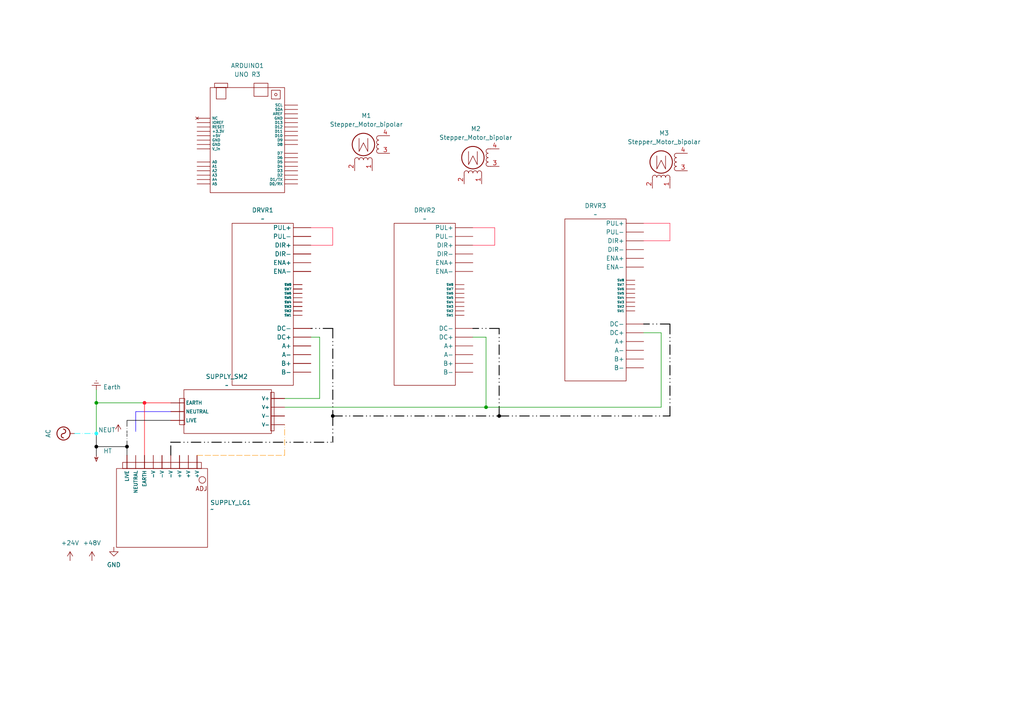
<source format=kicad_sch>
(kicad_sch (version 20231120) (generator "eeschema") (generator_version "8.0")
  (paper "A4")
  (title_block (title "Simulator_Wiring_Diagram") (date "2024-06-20") (rev "1") (company "Hunter White") (comment 1 "Check For Consistency with Hardware"))
  (lib_symbols
    (symbol "Driving_Simulator_Hardware:Arduino_UNO"
      (property "Reference" "ARDUINO" (at 0 14.478 0))
      (property "Value" "UNO R3" (at 0 12.192 0))
      (symbol "Arduino_UNO_0_1"
        (rectangle (start -7.62 7.62) (end 13.97 -22.86))
        (rectangle (start -6.35 8.89) (end -2.54 7.62))
        (rectangle (start -5.842 7.62) (end -3.048 4.318))
        (rectangle (start 5.08 8.89) (end 9.144 5.08))
        (rectangle (start 10.16 6.858) (end 12.7 4.318))
        (circle (center 11.43 5.588) (radius 0.3592))
      )
      (symbol "Arduino_UNO_1_1"
        (pin power_out line (at -11.43 -5.08 0) (length 3.81) (name "+3.3V") (number ""))
        (pin power_out line (at -11.43 -6.35 0) (length 3.81) (name "+5V") (number ""))
        (pin bidirectional line (at -11.43 -13.97 0) (length 3.81) (name "A0") (number ""))
        (pin bidirectional line (at -11.43 -15.24 0) (length 3.81) (name "A1") (number ""))
        (pin bidirectional line (at -11.43 -16.51 0) (length 3.81) (name "A2") (number ""))
        (pin bidirectional line (at -11.43 -17.78 0) (length 3.81) (name "A3") (number ""))
        (pin bidirectional line (at -11.43 -19.05 0) (length 3.81) (name "A4") (number ""))
        (pin bidirectional line (at -11.43 -20.32 0) (length 3.81) (name "A5") (number ""))
        (pin passive line (at 17.78 0 180) (length 3.81) (name "AREF") (number ""))
        (pin free line (at 17.78 -20.32 180) (length 3.81) (name "D0/RX") (number ""))
        (pin free line (at 17.78 -19.05 180) (length 3.81) (name "D1/TX") (number ""))
        (pin bidirectional line (at 17.78 -6.35 180) (length 3.81) (name "D10") (number ""))
        (pin bidirectional line (at 17.78 -5.08 180) (length 3.81) (name "D11") (number ""))
        (pin bidirectional line (at 17.78 -3.81 180) (length 3.81) (name "D12") (number ""))
        (pin bidirectional line (at 17.78 -2.54 180) (length 3.81) (name "D13") (number ""))
        (pin bidirectional line (at 17.78 -17.78 180) (length 3.81) (name "D2") (number ""))
        (pin bidirectional line (at 17.78 -16.51 180) (length 3.81) (name "D3") (number ""))
        (pin bidirectional line (at 17.78 -15.24 180) (length 3.81) (name "D4") (number ""))
        (pin bidirectional line (at 17.78 -13.97 180) (length 3.81) (name "D5") (number ""))
        (pin bidirectional line (at 17.78 -12.7 180) (length 3.81) (name "D6") (number ""))
        (pin bidirectional line (at 17.78 -11.43 180) (length 3.81) (name "D7") (number ""))
        (pin bidirectional line (at 17.78 -8.89 180) (length 3.81) (name "D8") (number ""))
        (pin bidirectional line (at 17.78 -7.62 180) (length 3.81) (name "D9") (number ""))
        (pin power_out line (at -11.43 -8.89 0) (length 3.81) (name "GND") (number ""))
        (pin power_out line (at -11.43 -7.62 0) (length 3.81) (name "GND") (number ""))
        (pin power_out line (at 17.78 -1.27 180) (length 3.81) (name "GND") (number ""))
        (pin passive line (at -11.43 -2.54 0) (length 3.81) (name "IOREF") (number ""))
        (pin no_connect line (at -11.43 -1.27 0) (length 3.81) (name "NC") (number ""))
        (pin input line (at -11.43 -3.81 0) (length 3.81) (name "RESET") (number ""))
        (pin bidirectional line (at 17.78 2.54 180) (length 3.81) (name "SCL") (number ""))
        (pin bidirectional line (at 17.78 1.27 180) (length 3.81) (name "SDA") (number ""))
        (pin power_in line (at -11.43 -10.16 0) (length 3.81) (name "V_in") (number ""))
      )
    )
    (symbol "Driving_Simulator_Hardware:PWR_SUPPLY_LG"
      (property "Reference" "SUPPLY_LG" (at -0.762 1.524 0))
      (symbol "PWR_SUPPLY_LG_0_1"
        (rectangle (start -13.208 0) (end 13.208 -22.86))
        (circle (center -11.684 -19.558) (radius 0.9652))
        (rectangle (start -11.43 -22.86) (end 11.43 -24.638))
      )
      (symbol "PWR_SUPPLY_LG_1_1"
        (text "ADJ" (at -11.43 -17.018 0) (effects (font (size 1.27 1.27))))
        (pin power_out line (at -10.16 -26.67 90) (length 3.81) (name "+V") (number ""))
        (pin power_out line (at -7.62 -26.67 90) (length 3.81) (name "+V") (number ""))
        (pin power_out line (at -5.08 -26.67 90) (length 3.81) (name "+V") (number ""))
        (pin power_out line (at -2.54 -26.67 90) (length 3.81) (name "-V") (number ""))
        (pin power_out line (at 0 -26.67 90) (length 3.81) (name "-V") (number ""))
        (pin power_out line (at 2.54 -26.67 90) (length 3.81) (name "-V") (number ""))
        (pin input line (at 5.08 -26.67 90) (length 3.81) (name "EARTH") (number ""))
        (pin input line (at 10.16 -26.67 90) (length 3.81) (name "LIVE") (number ""))
        (pin input line (at 7.62 -26.67 90) (length 3.81) (name "NEUTRAL") (number ""))
      )
    )
    (symbol "Driving_Simulator_Hardware:Stepper-Driver-ST-M5045"
      (property "Reference" "DRVR" (at -2.032 13.208 0))
      (symbol "Stepper-Driver-ST-M5045_0_1"
        (rectangle (start -8.89 11.43) (end 8.89 -35.56))
      )
      (symbol "Stepper-Driver-ST-M5045_1_1"
        (pin output line (at 13.97 -24.13 180) (length 5.08) (name "A+") (number ""))
        (pin output line (at 13.97 -26.67 180) (length 5.08) (name "A-") (number ""))
        (pin output line (at 13.97 -29.21 180) (length 5.08) (name "B+") (number ""))
        (pin output line (at 13.97 -31.75 180) (length 5.08) (name "B-") (number ""))
        (pin power_in line (at 13.97 -21.59 180) (length 5.08) (name "DC+") (number ""))
        (pin power_in line (at 13.97 -19.05 180) (length 5.08) (name "DC-") (number ""))
        (pin input line (at 13.97 5.08 180) (length 5.08) (name "DIR+") (number ""))
        (pin input line (at 13.97 2.54 180) (length 5.08) (name "DIR-") (number ""))
        (pin input line (at 13.97 0 180) (length 5.08) (name "ENA+") (number ""))
        (pin input line (at 13.97 -2.54 180) (length 5.08) (name "ENA-") (number ""))
        (pin input line (at 13.97 10.16 180) (length 5.08) (name "PUL+") (number ""))
        (pin input line (at 13.97 7.62 180) (length 5.08) (name "PUL-") (number ""))
        (pin passive line (at 11.43 -15.24 180) (length 2.54) (name "SW1") (number ""))
        (pin passive line (at 11.43 -13.97 180) (length 2.54) (name "SW2") (number ""))
        (pin passive line (at 11.43 -12.7 180) (length 2.54) (name "SW3") (number ""))
        (pin passive line (at 11.43 -11.43 180) (length 2.54) (name "SW4") (number ""))
        (pin passive line (at 11.43 -10.16 180) (length 2.54) (name "SW5") (number ""))
        (pin passive line (at 11.43 -8.89 180) (length 2.54) (name "SW6") (number ""))
        (pin passive line (at 11.43 -7.62 180) (length 2.54) (name "SW7") (number ""))
        (pin passive line (at 11.43 -6.35 180) (length 2.54) (name "SW8") (number ""))
      )
    )
    (symbol "Motor:Stepper_Motor_bipolar" (pin_names (offset 0) hide)
      (property "Reference" "M" (at 3.81 2.54 0))
      (property "Value" "Stepper_Motor_bipolar" (at 3.81 1.27 0))
      (symbol "Stepper_Motor_bipolar_0_0"
        (polyline (pts (xy -1.27 -1.778) (xy -1.27 2.032) (xy 0 -0.508) (xy 1.27 2.032) (xy 1.27 -1.778)))
      )
      (symbol "Stepper_Motor_bipolar_0_1"
        (arc (start -4.445 -2.54) (mid -3.8127 -1.905) (end -4.445 -1.27))
        (arc (start -4.445 -1.27) (mid -3.8127 -0.635) (end -4.445 0))
        (arc (start -4.445 0) (mid -3.8127 0.635) (end -4.445 1.27))
        (arc (start -4.445 1.27) (mid -3.8127 1.905) (end -4.445 2.54))
        (arc (start -2.54 4.445) (mid -1.905 3.8127) (end -1.27 4.445))
        (arc (start -1.27 4.445) (mid -0.635 3.8127) (end 0 4.445))
        (polyline (pts (xy -5.08 -2.54) (xy -4.445 -2.54)))
        (polyline (pts (xy -5.08 2.54) (xy -4.445 2.54)))
        (polyline (pts (xy -2.54 5.08) (xy -2.54 4.445)))
        (polyline (pts (xy 2.54 5.08) (xy 2.54 4.445)))
        (circle (center 0 0) (radius 3.2512) (stroke (width 0.254)))
        (arc (start 0 4.445) (mid 0.635 3.8127) (end 1.27 4.445))
        (arc (start 1.27 4.445) (mid 1.905 3.8127) (end 2.54 4.445))
      )
      (symbol "Stepper_Motor_bipolar_1_1"
        (pin passive line (at -2.54 7.62 270) (length 2.54) (name "~") (number "1"))
        (pin passive line (at 2.54 7.62 270) (length 2.54) (name "-") (number "2"))
        (pin passive line (at -7.62 2.54 0) (length 2.54) (name "~") (number "3"))
        (pin passive line (at -7.62 -2.54 0) (length 2.54) (name "~") (number "4"))
      )
    )
    (symbol "PWR_SUPPLY_SM_1"
      (property "Reference" "SUPPLY_SM" (at 0.254 0.762 0))
      (symbol "PWR_SUPPLY_SM_1_0_1"
        (rectangle (start -6.35 12.7) (end 6.35 -12.7))
        (rectangle (start -5.588 13.462) (end 5.588 12.446))
        (rectangle (start -3.81 -12.446) (end 3.81 -13.97))
      )
      (symbol "PWR_SUPPLY_SM_1_1_1"
        (pin power_in line (at -2.54 -16.51 90) (length 3.81) (name "EARTH") (number ""))
        (pin power_in line (at 2.54 -16.51 90) (length 3.81) (name "LIVE") (number ""))
        (pin power_in line (at 0 -16.51 90) (length 3.81) (name "NEUTRAL") (number ""))
        (pin power_in line (at -3.81 16.51 270) (length 3.81) (name "V+") (number ""))
        (pin power_in line (at -1.27 16.51 270) (length 3.81) (name "V+") (number ""))
        (pin power_in line (at 1.27 16.51 270) (length 3.81) (name "V-") (number ""))
        (pin power_in line (at 3.81 16.51 270) (length 3.81) (name "V-") (number ""))
      )
    )
    (symbol "power:+24V" (power) (pin_numbers hide) (pin_names (offset 0) hide)
      (property "Value" "+24V" (at 0 3.556 0))
      (symbol "+24V_0_1"
        (polyline (pts (xy -0.762 1.27) (xy 0 2.54)))
        (polyline (pts (xy 0 0) (xy 0 2.54)))
        (polyline (pts (xy 0 2.54) (xy 0.762 1.27)))
      )
      (symbol "+24V_1_1"
        (pin power_in line (at 0 0 90) (length 0) (name "~") (number "1"))
      )
    )
    (symbol "power:+48V" (power) (pin_numbers hide) (pin_names (offset 0) hide)
      (property "Value" "+48V" (at 0 3.556 0))
      (symbol "+48V_0_1"
        (polyline (pts (xy -0.762 1.27) (xy 0 2.54)))
        (polyline (pts (xy 0 0) (xy 0 2.54)))
        (polyline (pts (xy 0 2.54) (xy 0.762 1.27)))
      )
      (symbol "+48V_1_1"
        (pin power_in line (at 0 0 90) (length 0) (name "~") (number "1"))
      )
    )
    (symbol "power:AC" (power) (pin_numbers hide) (pin_names (offset 0) hide)
      (property "Value" "AC" (at 0 6.35 0))
      (symbol "AC_0_1"
        (polyline (pts (xy 0 0) (xy 0 1.27)))
        (arc (start 0 3.175) (mid -0.635 3.8073) (end -1.27 3.175) (stroke (width 0.254)))
        (arc (start 0 3.175) (mid 0.635 2.5427) (end 1.27 3.175) (stroke (width 0.254)))
        (circle (center 0 3.175) (radius 1.905) (stroke (width 0.254)))
      )
      (symbol "AC_1_1"
        (pin power_in line (at 0 0 90) (length 0) (name "~") (number "1"))
      )
    )
    (symbol "power:Earth" (power) (pin_numbers hide) (pin_names (offset 0) hide)
      (property "Value" "Earth" (at 0 -3.81 0))
      (symbol "Earth_0_1"
        (polyline (pts (xy -0.635 -1.905) (xy 0.635 -1.905)))
        (polyline (pts (xy -0.127 -2.54) (xy 0.127 -2.54)))
        (polyline (pts (xy 0 -1.27) (xy 0 0)))
        (polyline (pts (xy 1.27 -1.27) (xy -1.27 -1.27)))
      )
      (symbol "Earth_1_1"
        (pin power_in line (at 0 0 270) (length 0) (name "~") (number "1"))
      )
    )
    (symbol "power:GND" (power) (pin_numbers hide) (pin_names (offset 0) hide)
      (property "Value" "GND" (at 0 -3.81 0))
      (symbol "GND_0_1"
        (polyline (pts (xy 0 0) (xy 0 -1.27) (xy 1.27 -1.27) (xy 0 -2.54) (xy -1.27 -1.27) (xy 0 -1.27)))
      )
      (symbol "GND_1_1"
        (pin power_in line (at 0 0 270) (length 0) (name "~") (number "1"))
      )
    )
    (symbol "power:HT" (power) (pin_numbers hide) (pin_names (offset 0) hide)
      (property "Value" "HT" (at 0 3.048 0))
      (symbol "HT_0_0"
        (pin power_in line (at 0 0 90) (length 0) (name "~") (number "1"))
      )
      (symbol "HT_0_1"
        (polyline (pts (xy 0 0) (xy 0 1.016) (xy 0 1.016)))
        (polyline (pts (xy 0 1.016) (xy 0.508 0.508) (xy 0 1.778) (xy -0.508 0.508) (xy 0 1.016) (xy 0 1.016)))
      )
    )
    (symbol "power:NEUT" (power) (pin_numbers hide) (pin_names (offset 0) hide)
      (property "Value" "NEUT" (at 0 3.556 0))
      (symbol "NEUT_0_1"
        (polyline (pts (xy -0.762 1.27) (xy 0 2.54)))
        (polyline (pts (xy 0 0) (xy 0 2.54)))
        (polyline (pts (xy 0 2.54) (xy 0.762 1.27)))
      )
      (symbol "NEUT_1_1"
        (pin power_in line (at 0 0 90) (length 0) (name "~") (number "1"))
      )
    )
  )
  (junction (at 34.29 125.73) (color 255 255 255 1))
  (junction (at 27.94 129.54) (color 0 0 0 1))
  (junction (at 39.37 125.73) (color 255 255 255 1))
  (junction (at 41.91 116.84) (color 255 23 42 1))
  (junction (at 140.97 118.11))
  (junction (at 96.52 120.65) (color 0 0 0 1))
  (junction (at 27.94 116.84))
  (junction (at 27.94 125.73) (color 34 245 255 1))
  (junction (at 36.83 129.54) (color 0 0 0 1))
  (junction (at 144.78 120.65) (color 0 0 0 1))
  (wire (pts (xy 144.78 120.65) (xy 194.31 120.65)) (stroke (width 0.254) (type dash_dot_dot) (color 0 0 0 1)))
  (wire (pts (xy 27.94 116.84) (xy 27.94 125.73)))
  (wire (pts (xy 96.52 120.65) (xy 96.52 128.27)) (stroke (width 0.254) (type dash_dot_dot) (color 0 0 0 1)))
  (wire (pts (xy 137.16 66.04) (xy 143.51 66.04)) (stroke (width 0.127) (color 255 6 47 1)))
  (wire (pts (xy 90.17 66.04) (xy 96.52 66.04)) (stroke (width 0.127) (color 255 6 47 1)))
  (wire (pts (xy 57.15 132.08) (xy 82.55 132.08)) (stroke (width 0) (type dash) (color 255 157 26 1)))
  (wire (pts (xy 39.37 125.73) (xy 39.37 119.38)) (stroke (width 0) (color 29 0 255 1)))
  (wire (pts (xy 96.52 95.25) (xy 96.52 120.65)) (stroke (width 0.254) (type dash_dot_dot) (color 0 0 0 1)))
  (wire (pts (xy 41.91 116.84) (xy 49.53 116.84)) (stroke (width 0) (color 255 0 13 1)))
  (wire (pts (xy 96.52 95.25) (xy 90.17 95.25)) (stroke (width 0.254) (type dash_dot_dot) (color 0 0 0 1)))
  (wire (pts (xy 96.52 120.65) (xy 144.78 120.65)) (stroke (width 0.254) (type dash_dot_dot) (color 0 0 0 1)))
  (wire (pts (xy 194.31 64.77) (xy 194.31 69.85)) (stroke (width 0.127) (color 255 6 47 1)))
  (wire (pts (xy 82.55 118.11) (xy 140.97 118.11)))
  (wire (pts (xy 194.31 69.85) (xy 186.69 69.85)) (stroke (width 0.127) (color 255 6 47 1)))
  (wire (pts (xy 39.37 119.38) (xy 49.53 119.38)) (stroke (width 0) (color 29 0 255 1)))
  (wire (pts (xy 27.94 125.73) (xy 27.94 129.54)) (stroke (width 0) (color 0 0 0 1)))
  (wire (pts (xy 140.97 97.79) (xy 137.16 97.79)))
  (wire (pts (xy 92.71 97.79) (xy 90.17 97.79)))
  (wire (pts (xy 21.59 125.73) (xy 27.94 125.73)) (stroke (width 0) (type dash_dot) (color 12 247 255 1)))
  (wire (pts (xy 194.31 120.65) (xy 194.31 93.98)) (stroke (width 0.254) (type dash_dot_dot) (color 0 0 0 1)))
  (wire (pts (xy 36.83 129.54) (xy 36.83 121.92)) (stroke (width 0) (type dash_dot) (color 0 0 0 1)))
  (wire (pts (xy 82.55 132.08) (xy 82.55 123.19)) (stroke (width 0) (type dash_dot) (color 255 157 26 1)))
  (wire (pts (xy 36.83 121.92) (xy 49.53 121.92)) (stroke (width 0) (color 0 0 0 1)))
  (wire (pts (xy 143.51 66.04) (xy 143.51 71.12)) (stroke (width 0.127) (color 255 6 47 1)))
  (wire (pts (xy 41.91 132.08) (xy 41.91 116.84)) (stroke (width 0) (color 255 0 13 1)))
  (wire (pts (xy 191.77 118.11) (xy 191.77 96.52)))
  (wire (pts (xy 49.53 128.27) (xy 96.52 128.27)) (stroke (width 0.254) (type dash_dot_dot) (color 0 0 0 1)))
  (wire (pts (xy 92.71 115.57) (xy 92.71 97.79)))
  (wire (pts (xy 144.78 120.65) (xy 144.78 95.25)) (stroke (width 0.254) (type dash_dot_dot) (color 0 0 0 1)))
  (wire (pts (xy 27.94 125.73) (xy 34.29 125.73)) (stroke (width 0) (color 255 255 255 1)))
  (wire (pts (xy 140.97 118.11) (xy 191.77 118.11)))
  (wire (pts (xy 27.94 129.54) (xy 36.83 129.54)) (stroke (width 0) (color 0 0 0 1)))
  (wire (pts (xy 39.37 132.08) (xy 39.37 125.73)) (stroke (width 0) (color 255 255 255 1)))
  (wire (pts (xy 140.97 118.11) (xy 140.97 97.79)))
  (wire (pts (xy 144.78 95.25) (xy 137.16 95.25)) (stroke (width 0.254) (type dash_dot_dot) (color 0 0 0 1)))
  (wire (pts (xy 82.55 115.57) (xy 92.71 115.57)))
  (wire (pts (xy 194.31 93.98) (xy 186.69 93.98)) (stroke (width 0.254) (type dash_dot_dot) (color 0 0 0 1)))
  (wire (pts (xy 96.52 71.12) (xy 90.17 71.12)) (stroke (width 0.127) (color 255 6 47 1)))
  (wire (pts (xy 27.94 116.84) (xy 27.94 113.03)))
  (wire (pts (xy 143.51 71.12) (xy 137.16 71.12)) (stroke (width 0.127) (color 255 6 47 1)))
  (wire (pts (xy 186.69 64.77) (xy 194.31 64.77)) (stroke (width 0.127) (color 255 6 47 1)))
  (wire (pts (xy 96.52 66.04) (xy 96.52 71.12)) (stroke (width 0.127) (color 255 6 47 1)))
  (wire (pts (xy 36.83 132.08) (xy 36.83 129.54)) (stroke (width 0) (color 0 0 0 1)))
  (wire (pts (xy 27.94 116.84) (xy 41.91 116.84)))
  (wire (pts (xy 34.29 125.73) (xy 39.37 125.73)) (stroke (width 0) (color 255 255 255 1)))
  (wire (pts (xy 49.53 132.08) (xy 49.53 128.27)) (stroke (width 0.254) (type dash_dot_dot) (color 0 0 0 1)))
  (wire (pts (xy 191.77 96.52) (xy 186.69 96.52)))
  (wire (pts (xy 27.94 129.54) (xy 27.94 132.08)) (stroke (width 0) (color 0 0 0 1)))
  (symbol (lib_id "Motor:Stepper_Motor_bipolar") (at 137.16 45.72 180) (unit 1)
    (property "Reference" "M2" (at 138.0109 37.3408 0))
    (property "Value" "Stepper_Motor_bipolar" (at 138.0109 39.8808 0))
    (property "Datasheet" "http://www.infineon.com/dgdl/Application-Note-TLE8110EE_driving_UniPolarStepperMotor_V1.1.pdf?fileId=db3a30431be39b97011be5d0aa0a00b0" (effects (hide yes)))
    (property "Description" "4-wire bipolar stepper motor" (effects (hide yes)))
  )
  (symbol (lib_name "Driving_Simulator_Hardware:Stepper-Driver-ST-M5045") (lib_id "Driving_Simulator_Hardware:Stepper-Driver-ST-M5045") (at 76.2 76.2 0) (unit 1)
    (property "Reference" "DRVR1" (at 76.2 60.96 0))
    (property "Value" "~" (at 76.2 63.5 0))
  )
  (symbol (lib_id "Driving_Simulator_Hardware:Stepper-Driver-ST-M5045") (at 123.19 76.2 0) (unit 1)
    (property "Reference" "DRVR2" (at 123.19 60.96 0))
    (property "Value" "~" (at 123.19 63.5 0))
  )
  (symbol (lib_id "power:+48V") (at 26.67 162.56 0) (unit 1)
    (property "Reference" "#PWR03" (effects (hide yes)))
    (property "Value" "+48V" (at 26.67 157.48 0))
    (property "Description" "Power symbol creates a global label with name \"+48V\"" (effects (hide yes)))
  )
  (symbol (lib_id "power:HT") (at 27.94 132.08 180) (unit 1)
    (property "Reference" "#PWR07" (effects (hide yes)))
    (property "Value" "HT" (at 31.242 130.81 0))
    (property "Description" "Power symbol creates a global label with name \"HT\"" (effects (hide yes)))
  )
  (symbol (lib_id "Motor:Stepper_Motor_bipolar") (at 191.77 46.99 180) (unit 1)
    (property "Reference" "M3" (at 192.6209 38.6108 0))
    (property "Value" "Stepper_Motor_bipolar" (at 192.6209 41.1508 0))
    (property "Datasheet" "http://www.infineon.com/dgdl/Application-Note-TLE8110EE_driving_UniPolarStepperMotor_V1.1.pdf?fileId=db3a30431be39b97011be5d0aa0a00b0" (effects (hide yes)))
    (property "Description" "4-wire bipolar stepper motor" (effects (hide yes)))
  )
  (symbol (lib_id "power:AC") (at 21.59 125.73 90) (unit 1)
    (property "Reference" "#PWR01" (effects (hide yes)))
    (property "Value" "AC" (at 13.97 125.73 0))
    (property "Description" "Power symbol creates a global label with name \"AC\"" (effects (hide yes)))
  )
  (symbol (lib_id "power:NEUT") (at 34.29 125.73 0) (unit 1)
    (property "Reference" "#PWR06" (effects (hide yes)))
    (property "Value" "NEUT" (at 30.988 124.714 0))
    (property "Description" "Power symbol creates a global label with name \"NEUT\"" (effects (hide yes)))
  )
  (symbol (lib_id "Driving_Simulator_Hardware:Stepper-Driver-ST-M5045") (at 172.72 74.93 0) (unit 1)
    (property "Reference" "DRVR3" (at 172.72 59.69 0))
    (property "Value" "~" (at 172.72 62.23 0))
  )
  (symbol (lib_id "power:+24V") (at 20.32 162.56 0) (unit 1)
    (property "Reference" "#PWR02" (effects (hide yes)))
    (property "Value" "+24V" (at 20.32 157.48 0))
    (property "Description" "Power symbol creates a global label with name \"+24V\"" (effects (hide yes)))
  )
  (symbol (lib_name "PWR_SUPPLY_SM_1") (lib_id "Driving_Simulator_Hardware:PWR_SUPPLY_SM") (at 66.04 119.38 270) (unit 1)
    (property "Reference" "SUPPLY_SM2" (at 65.786 109.22 90))
    (property "Value" "~" (at 65.786 111.76 90))
  )
  (symbol (lib_id "Motor:Stepper_Motor_bipolar") (at 105.41 41.91 180) (unit 1)
    (property "Reference" "M1" (at 106.2609 33.5308 0))
    (property "Value" "Stepper_Motor_bipolar" (at 106.2609 36.0708 0))
    (property "Datasheet" "http://www.infineon.com/dgdl/Application-Note-TLE8110EE_driving_UniPolarStepperMotor_V1.1.pdf?fileId=db3a30431be39b97011be5d0aa0a00b0" (effects (hide yes)))
    (property "Description" "4-wire bipolar stepper motor" (effects (hide yes)))
  )
  (symbol (lib_id "Driving_Simulator_Hardware:PWR_SUPPLY_LG") (at 46.99 158.75 180) (unit 1)
    (property "Reference" "SUPPLY_LG1" (at 60.96 145.7959 0) (effects (justify right)))
    (property "Value" "~" (at 60.96 147.701 0) (effects (justify right)))
  )
  (symbol (lib_id "power:Earth") (at 27.94 113.03 180) (unit 1)
    (property "Reference" "#PWR04" (effects (hide yes)))
    (property "Value" "Earth" (at 32.512 112.268 0))
    (property "Description" "Power symbol creates a global label with name \"Earth\"" (effects (hide yes)))
  )
  (symbol (lib_id "power:GND") (at 33.02 158.75 0) (unit 1)
    (property "Reference" "#PWR05" (effects (hide yes)))
    (property "Value" "GND" (at 33.02 163.83 0))
    (property "Description" "Power symbol creates a global label with name \"GND\" , ground" (effects (hide yes)))
  )
  (symbol (lib_id "Driving_Simulator_Hardware:Arduino_UNO") (at 68.58 33.02 0) (unit 1)
    (property "Reference" "ARDUINO1" (at 71.755 19.05 0))
    (property "Value" "UNO R3" (at 71.755 21.59 0))
  )
)
</source>
